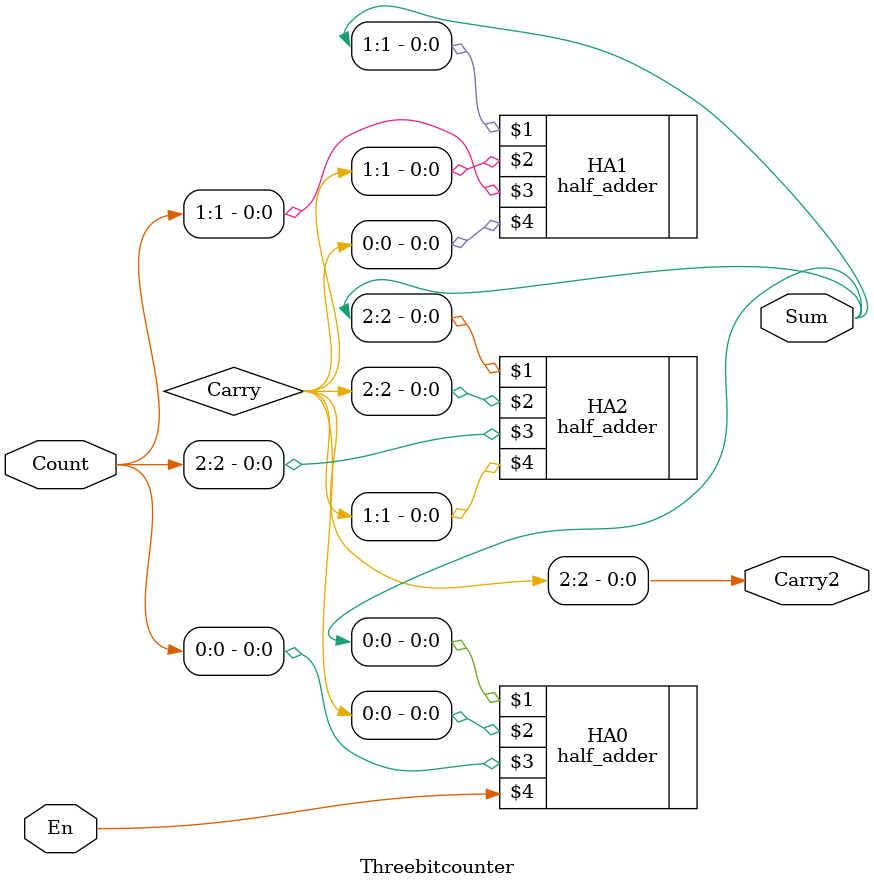
<source format=v>
`timescale 1ns / 1ps
`default_nettype none

module up_counter(Count, Carry2, En, Clk, Rst);
output reg [2:0] Count;
output wire Carry2;
input wire En, Clk, Rst;
wire [2:0] Carry, Sum;
Threebitcounter UC1(Sum, Carry2, Count, En);
always @(posedge Clk or posedge Rst)
    if (Rst)
        Count <= 0;
    else
        Count <= Sum;
endmodule

module Threebitcounter(Sum, Carry2, Count, En);
input wire En;
input wire [2:0] Count;
output wire [2:0] Sum;
output wire Carry2;
wire [2:0] Carry;
half_adder HA0(Sum[0], Carry[0], Count[0], En);
half_adder HA1(Sum[1], Carry[1], Count[1], Carry[0]);
half_adder HA2(Sum[2], Carry[2], Count[2], Carry[1]);
assign Carry2 = Carry [2];
endmodule

</source>
